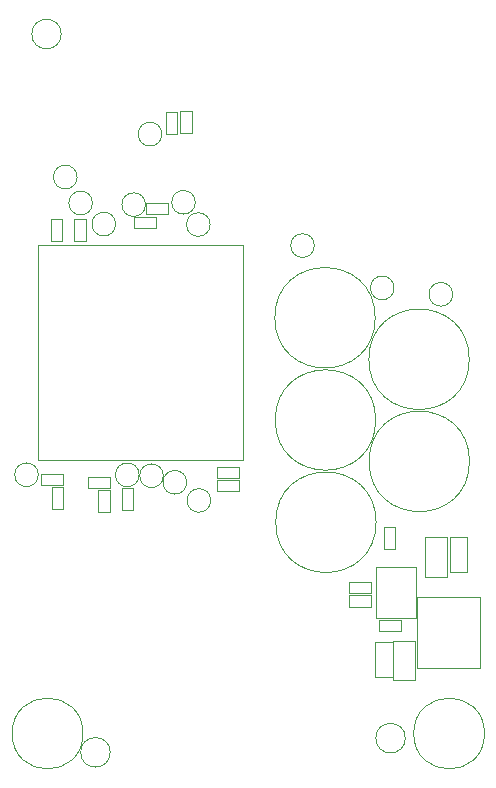
<source format=gbr>
G04 #@! TF.GenerationSoftware,KiCad,Pcbnew,(5.1.10)-1*
G04 #@! TF.CreationDate,2022-03-11T13:30:57+05:30*
G04 #@! TF.ProjectId,P-1000072_Cicada Wi-Fi,502d3130-3030-4303-9732-5f4369636164,0.1*
G04 #@! TF.SameCoordinates,PX7cee6c0PY3dfd240*
G04 #@! TF.FileFunction,Other,User*
%FSLAX46Y46*%
G04 Gerber Fmt 4.6, Leading zero omitted, Abs format (unit mm)*
G04 Created by KiCad (PCBNEW (5.1.10)-1) date 2022-03-11 13:30:57*
%MOMM*%
%LPD*%
G01*
G04 APERTURE LIST*
%ADD10C,0.050000*%
G04 APERTURE END LIST*
D10*
X14180000Y-42870000D02*
X14180000Y-47210000D01*
X14180000Y-42870000D02*
X10780000Y-42870000D01*
X10780000Y-47210000D02*
X14180000Y-47210000D01*
X10780000Y-47210000D02*
X10780000Y-42870000D01*
X-17820000Y-33810000D02*
X-17820000Y-15610000D01*
X-17820000Y-15610000D02*
X-470000Y-15610000D01*
X-470000Y-15610000D02*
X-470000Y-33810000D01*
X-470000Y-33810000D02*
X-17820000Y-33810000D01*
X-7326120Y-6253480D02*
G75*
G03*
X-7326120Y-6253480I-1000000J0D01*
G01*
X-14499080Y-9888220D02*
G75*
G03*
X-14499080Y-9888220I-1000000J0D01*
G01*
X-8707880Y-12222480D02*
G75*
G03*
X-8707880Y-12222480I-1000000J0D01*
G01*
X-11237720Y-13873480D02*
G75*
G03*
X-11237720Y-13873480I-1000000J0D01*
G01*
X-13196060Y-12082780D02*
G75*
G03*
X-13196060Y-12082780I-1000000J0D01*
G01*
X-3239260Y-13906500D02*
G75*
G03*
X-3239260Y-13906500I-1000000J0D01*
G01*
X-4491480Y-12024360D02*
G75*
G03*
X-4491480Y-12024360I-1000000J0D01*
G01*
X-3185920Y-37266880D02*
G75*
G03*
X-3185920Y-37266880I-1000000J0D01*
G01*
X-5223000Y-35727640D02*
G75*
G03*
X-5223000Y-35727640I-1000000J0D01*
G01*
X-7199120Y-35179000D02*
G75*
G03*
X-7199120Y-35179000I-1000000J0D01*
G01*
X-9251440Y-35100260D02*
G75*
G03*
X-9251440Y-35100260I-1000000J0D01*
G01*
X-17783300Y-35095180D02*
G75*
G03*
X-17783300Y-35095180I-1000000J0D01*
G01*
X5587240Y-15687040D02*
G75*
G03*
X5587240Y-15687040I-1000000J0D01*
G01*
X17299180Y-19817080D02*
G75*
G03*
X17299180Y-19817080I-1000000J0D01*
G01*
X19640000Y-45450000D02*
X14240000Y-45450000D01*
X14240000Y-45450000D02*
X14240000Y-51450000D01*
X14240000Y-51450000D02*
X19640000Y-51450000D01*
X19640000Y-51450000D02*
X19640000Y-45450000D01*
X10780400Y-30457140D02*
G75*
G03*
X10780400Y-30457140I-4250000J0D01*
G01*
X10739760Y-21798280D02*
G75*
G03*
X10739760Y-21798280I-4250000J0D01*
G01*
X-16710760Y-13461500D02*
X-15770760Y-13461500D01*
X-15770760Y-13461500D02*
X-15770760Y-15321500D01*
X-15770760Y-15321500D02*
X-16710760Y-15321500D01*
X-16710760Y-15321500D02*
X-16710760Y-13461500D01*
X-14721940Y-13426220D02*
X-13781940Y-13426220D01*
X-13781940Y-13426220D02*
X-13781940Y-15286220D01*
X-13781940Y-15286220D02*
X-14721940Y-15286220D01*
X-14721940Y-15286220D02*
X-14721940Y-13426220D01*
X-10688420Y-36202120D02*
X-9748420Y-36202120D01*
X-9748420Y-36202120D02*
X-9748420Y-38062120D01*
X-9748420Y-38062120D02*
X-10688420Y-38062120D01*
X-10688420Y-38062120D02*
X-10688420Y-36202120D01*
X-8684480Y-12077600D02*
X-6824480Y-12077600D01*
X-8684480Y-13017600D02*
X-8684480Y-12077600D01*
X-6824480Y-13017600D02*
X-8684480Y-13017600D01*
X-6824480Y-12077600D02*
X-6824480Y-13017600D01*
X-15651380Y-36159220D02*
X-15651380Y-38019220D01*
X-16591380Y-36159220D02*
X-15651380Y-36159220D01*
X-16591380Y-38019220D02*
X-16591380Y-36159220D01*
X-15651380Y-38019220D02*
X-16591380Y-38019220D01*
X-12695020Y-38283380D02*
X-12695020Y-36423380D01*
X-11755020Y-38283380D02*
X-12695020Y-38283380D01*
X-11755020Y-36423380D02*
X-11755020Y-38283380D01*
X-12695020Y-36423380D02*
X-11755020Y-36423380D01*
X-7794760Y-14180920D02*
X-9654760Y-14180920D01*
X-7794760Y-13240920D02*
X-7794760Y-14180920D01*
X-9654760Y-13240920D02*
X-7794760Y-13240920D01*
X-9654760Y-14180920D02*
X-9654760Y-13240920D01*
X-2675120Y-35498940D02*
X-815120Y-35498940D01*
X-2675120Y-36438940D02*
X-2675120Y-35498940D01*
X-815120Y-36438940D02*
X-2675120Y-36438940D01*
X-815120Y-35498940D02*
X-815120Y-36438940D01*
X-2675120Y-34427060D02*
X-815120Y-34427060D01*
X-2675120Y-35367060D02*
X-2675120Y-34427060D01*
X-815120Y-35367060D02*
X-2675120Y-35367060D01*
X-815120Y-34427060D02*
X-815120Y-35367060D01*
X-15671300Y-35976660D02*
X-17531300Y-35976660D01*
X-15671300Y-35036660D02*
X-15671300Y-35976660D01*
X-17531300Y-35036660D02*
X-15671300Y-35036660D01*
X-17531300Y-35976660D02*
X-17531300Y-35036660D01*
X-11739380Y-36217960D02*
X-13599380Y-36217960D01*
X-11739380Y-35277960D02*
X-11739380Y-36217960D01*
X-13599380Y-35277960D02*
X-11739380Y-35277960D01*
X-13599380Y-36217960D02*
X-13599380Y-35277960D01*
X12333480Y-19273520D02*
G75*
G03*
X12333480Y-19273520I-1000000J0D01*
G01*
X18702540Y-25318720D02*
G75*
G03*
X18702540Y-25318720I-4250000J0D01*
G01*
X18722860Y-33962340D02*
G75*
G03*
X18722860Y-33962340I-4250000J0D01*
G01*
X12430000Y-39495000D02*
X12430000Y-41355000D01*
X11490000Y-39495000D02*
X12430000Y-39495000D01*
X11490000Y-41355000D02*
X11490000Y-39495000D01*
X12430000Y-41355000D02*
X11490000Y-41355000D01*
X10365000Y-45120000D02*
X8505000Y-45120000D01*
X10365000Y-44180000D02*
X10365000Y-45120000D01*
X8505000Y-44180000D02*
X10365000Y-44180000D01*
X8505000Y-45120000D02*
X8505000Y-44180000D01*
X12905000Y-48320000D02*
X11045000Y-48320000D01*
X12905000Y-47380000D02*
X12905000Y-48320000D01*
X11045000Y-47380000D02*
X12905000Y-47380000D01*
X11045000Y-48320000D02*
X11045000Y-47380000D01*
X10815840Y-39116000D02*
G75*
G03*
X10815840Y-39116000I-4250000J0D01*
G01*
X14140000Y-49127500D02*
X14140000Y-52487500D01*
X12240000Y-49127500D02*
X14140000Y-49127500D01*
X12240000Y-52487500D02*
X12240000Y-49127500D01*
X14140000Y-52487500D02*
X12240000Y-52487500D01*
X12210000Y-49237500D02*
X12210000Y-52197500D01*
X10750000Y-49237500D02*
X12210000Y-49237500D01*
X10750000Y-52197500D02*
X10750000Y-49237500D01*
X12210000Y-52197500D02*
X10750000Y-52197500D01*
X10365000Y-46250000D02*
X8505000Y-46250000D01*
X10365000Y-45310000D02*
X10365000Y-46250000D01*
X8505000Y-45310000D02*
X10365000Y-45310000D01*
X8505000Y-46250000D02*
X8505000Y-45310000D01*
X14945320Y-43714700D02*
X14945320Y-40354700D01*
X16845320Y-43714700D02*
X14945320Y-43714700D01*
X16845320Y-40354700D02*
X16845320Y-43714700D01*
X14945320Y-40354700D02*
X16845320Y-40354700D01*
X17090640Y-43318880D02*
X17090640Y-40358880D01*
X18550640Y-43318880D02*
X17090640Y-43318880D01*
X18550640Y-40358880D02*
X18550640Y-43318880D01*
X17090640Y-40358880D02*
X18550640Y-40358880D01*
X-14000000Y-57000000D02*
G75*
G03*
X-14000000Y-57000000I-3000000J0D01*
G01*
X13290000Y-57390000D02*
G75*
G03*
X13290000Y-57390000I-1250000J0D01*
G01*
X-11698920Y-58592720D02*
G75*
G03*
X-11698920Y-58592720I-1250000J0D01*
G01*
X-15840000Y2220000D02*
G75*
G03*
X-15840000Y2220000I-1250000J0D01*
G01*
X20000000Y-57000000D02*
G75*
G03*
X20000000Y-57000000I-3000000J0D01*
G01*
X-6007000Y-6203040D02*
X-6947000Y-6203040D01*
X-6947000Y-6203040D02*
X-6947000Y-4343040D01*
X-6947000Y-4343040D02*
X-6007000Y-4343040D01*
X-6007000Y-4343040D02*
X-6007000Y-6203040D01*
X-4808120Y-6190480D02*
X-5748120Y-6190480D01*
X-5748120Y-6190480D02*
X-5748120Y-4330480D01*
X-5748120Y-4330480D02*
X-4808120Y-4330480D01*
X-4808120Y-4330480D02*
X-4808120Y-6190480D01*
M02*

</source>
